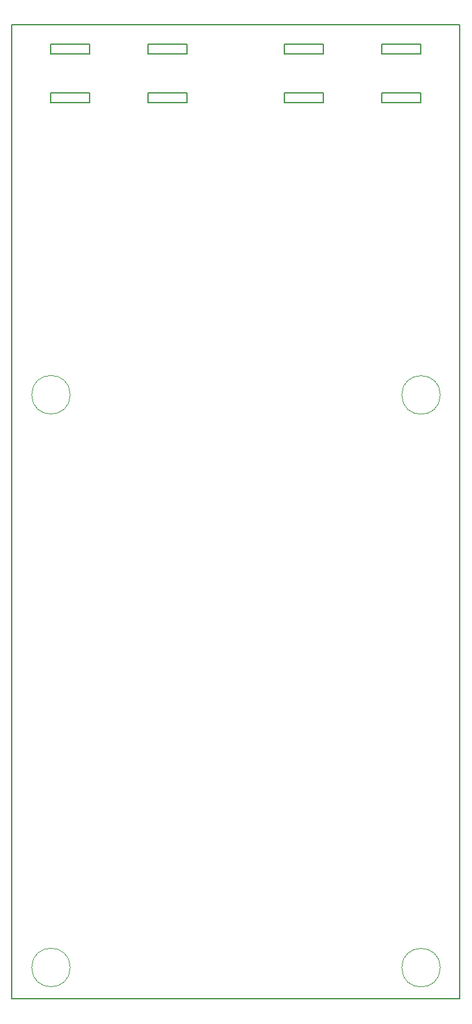
<source format=gm1>
G04 #@! TF.GenerationSoftware,KiCad,Pcbnew,7.0.7*
G04 #@! TF.CreationDate,2024-01-04T23:51:07+01:00*
G04 #@! TF.ProjectId,ExternalPCB,45787465-726e-4616-9c50-43422e6b6963,A*
G04 #@! TF.SameCoordinates,Original*
G04 #@! TF.FileFunction,Profile,NP*
%FSLAX46Y46*%
G04 Gerber Fmt 4.6, Leading zero omitted, Abs format (unit mm)*
G04 Created by KiCad (PCBNEW 7.0.7) date 2024-01-04 23:51:07*
%MOMM*%
%LPD*%
G01*
G04 APERTURE LIST*
G04 #@! TA.AperFunction,Profile*
%ADD10C,0.200000*%
G04 #@! TD*
G04 #@! TA.AperFunction,Profile*
%ADD11C,0.100000*%
G04 #@! TD*
G04 APERTURE END LIST*
D10*
X63246000Y-27178000D02*
X68326000Y-27178000D01*
X68326000Y-28448000D01*
X63246000Y-28448000D01*
X63246000Y-27178000D01*
X81026000Y-33528000D02*
X86106000Y-33528000D01*
X86106000Y-34798000D01*
X81026000Y-34798000D01*
X81026000Y-33528000D01*
X45466000Y-24638000D02*
X103886000Y-24638000D01*
X103886000Y-151638000D01*
X45466000Y-151638000D01*
X45466000Y-24638000D01*
X50546000Y-27178000D02*
X55626000Y-27178000D01*
X55626000Y-28448000D01*
X50546000Y-28448000D01*
X50546000Y-27178000D01*
D11*
X53060472Y-147548471D02*
G75*
G03*
X53060472Y-147548471I-2514472J0D01*
G01*
X101320472Y-72898000D02*
G75*
G03*
X101320472Y-72898000I-2514472J0D01*
G01*
D10*
X93726000Y-33528000D02*
X98806000Y-33528000D01*
X98806000Y-34798000D01*
X93726000Y-34798000D01*
X93726000Y-33528000D01*
D11*
X101320472Y-147574000D02*
G75*
G03*
X101320472Y-147574000I-2514472J0D01*
G01*
D10*
X93726000Y-27178000D02*
X98806000Y-27178000D01*
X98806000Y-28448000D01*
X93726000Y-28448000D01*
X93726000Y-27178000D01*
D11*
X53060472Y-72872471D02*
G75*
G03*
X53060472Y-72872471I-2514472J0D01*
G01*
D10*
X63246000Y-33528000D02*
X68326000Y-33528000D01*
X68326000Y-34798000D01*
X63246000Y-34798000D01*
X63246000Y-33528000D01*
X50546000Y-33528000D02*
X55626000Y-33528000D01*
X55626000Y-34798000D01*
X50546000Y-34798000D01*
X50546000Y-33528000D01*
X81026000Y-27178000D02*
X86106000Y-27178000D01*
X86106000Y-28448000D01*
X81026000Y-28448000D01*
X81026000Y-27178000D01*
M02*

</source>
